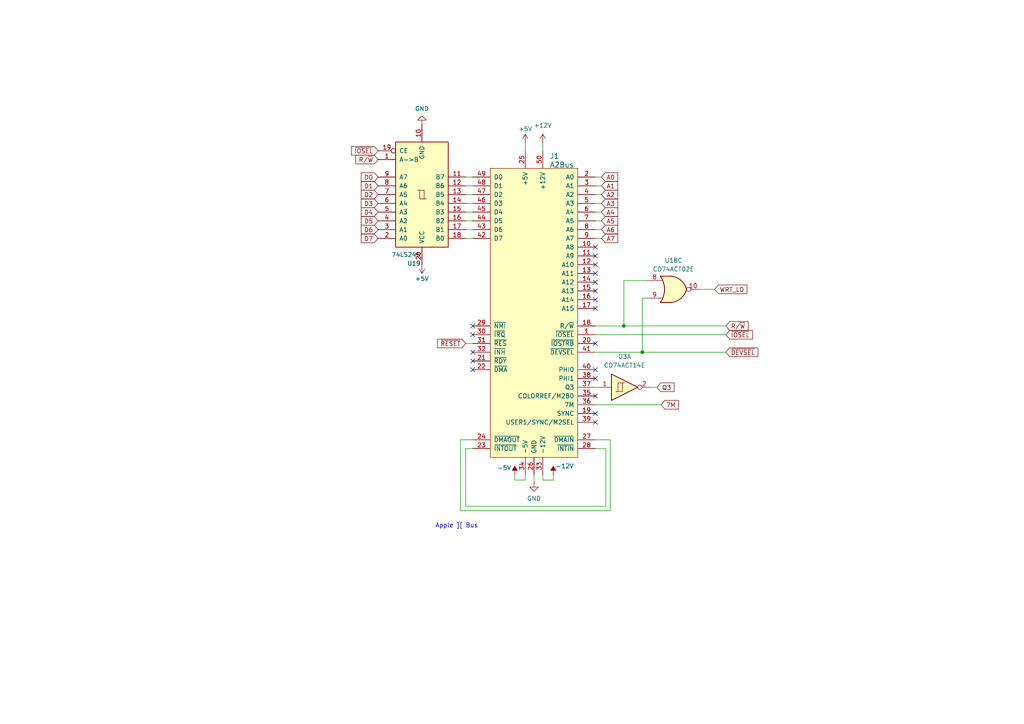
<source format=kicad_sch>
(kicad_sch (version 20230121) (generator eeschema)
  (paper "A4")
  (lib_symbols
    (symbol "74xx:74LS02" (pin_names (offset 1.016))
      (property "Reference" "U" (at 0 1.27 0))
      (property "Value" "74LS02" (at 0 -1.27 0))
      (symbol "74LS02_1_1"
        (arc (start -3.81 -3.81) (mid -2.589 0) (end -3.81 3.81) (stroke (width 0.254)))
        (arc (start -0.6096 -3.81) (mid 2.1842 -2.5851) (end 3.81 0) (stroke (width 0.254)) (fill (type background)))
        (polyline (pts (xy -3.81 -3.81) (xy -0.635 -3.81)) (stroke (width 0.254)) (fill (type background)))
        (polyline (pts (xy -3.81 3.81) (xy -0.635 3.81)) (stroke (width 0.254)) (fill (type background)))
        (polyline (pts (xy -0.635 3.81) (xy -3.81 3.81) (xy -3.81 3.81) (xy -3.556 3.4036) (xy -3.0226 2.2606) (xy -2.6924 1.0414) (xy -2.6162 -0.254) (xy -2.7686 -1.4986) (xy -3.175 -2.7178) (xy -3.81 -3.81) (xy -3.81 -3.81) (xy -0.635 -3.81)) (stroke (width -25.4)) (fill (type background)))
        (arc (start 3.81 0) (mid 2.1915 2.5936) (end -0.6096 3.81) (stroke (width 0.254)) (fill (type background)))
        (pin output inverted (at 7.62 0 180) (length 3.81) (name "~") (number "1"))
        (pin input line (at -7.62 2.54 0) (length 4.318) (name "~") (number "2"))
        (pin input line (at -7.62 -2.54 0) (length 4.318) (name "~") (number "3"))
      )
      (symbol "74LS02_1_2"
        (arc (start 0 -3.81) (mid 3.7934 0) (end 0 3.81) (stroke (width 0.254)) (fill (type background)))
        (polyline (pts (xy 0 3.81) (xy -3.81 3.81) (xy -3.81 -3.81) (xy 0 -3.81)) (stroke (width 0.254)) (fill (type background)))
        (pin output line (at 7.62 0 180) (length 3.81) (name "~") (number "1"))
        (pin input inverted (at -7.62 2.54 0) (length 3.81) (name "~") (number "2"))
        (pin input inverted (at -7.62 -2.54 0) (length 3.81) (name "~") (number "3"))
      )
      (symbol "74LS02_2_1"
        (arc (start -3.81 -3.81) (mid -2.589 0) (end -3.81 3.81) (stroke (width 0.254)))
        (arc (start -0.6096 -3.81) (mid 2.1842 -2.5851) (end 3.81 0) (stroke (width 0.254)) (fill (type background)))
        (polyline (pts (xy -3.81 -3.81) (xy -0.635 -3.81)) (stroke (width 0.254)) (fill (type background)))
        (polyline (pts (xy -3.81 3.81) (xy -0.635 3.81)) (stroke (width 0.254)) (fill (type background)))
        (polyline (pts (xy -0.635 3.81) (xy -3.81 3.81) (xy -3.81 3.81) (xy -3.556 3.4036) (xy -3.0226 2.2606) (xy -2.6924 1.0414) (xy -2.6162 -0.254) (xy -2.7686 -1.4986) (xy -3.175 -2.7178) (xy -3.81 -3.81) (xy -3.81 -3.81) (xy -0.635 -3.81)) (stroke (width -25.4)) (fill (type background)))
        (arc (start 3.81 0) (mid 2.1915 2.5936) (end -0.6096 3.81) (stroke (width 0.254)) (fill (type background)))
        (pin output inverted (at 7.62 0 180) (length 3.81) (name "~") (number "4"))
        (pin input line (at -7.62 2.54 0) (length 4.318) (name "~") (number "5"))
        (pin input line (at -7.62 -2.54 0) (length 4.318) (name "~") (number "6"))
      )
      (symbol "74LS02_2_2"
        (arc (start 0 -3.81) (mid 3.7934 0) (end 0 3.81) (stroke (width 0.254)) (fill (type background)))
        (polyline (pts (xy 0 3.81) (xy -3.81 3.81) (xy -3.81 -3.81) (xy 0 -3.81)) (stroke (width 0.254)) (fill (type background)))
        (pin output line (at 7.62 0 180) (length 3.81) (name "~") (number "4"))
        (pin input inverted (at -7.62 2.54 0) (length 3.81) (name "~") (number "5"))
        (pin input inverted (at -7.62 -2.54 0) (length 3.81) (name "~") (number "6"))
      )
      (symbol "74LS02_3_1"
        (arc (start -3.81 -3.81) (mid -2.589 0) (end -3.81 3.81) (stroke (width 0.254)))
        (arc (start -0.6096 -3.81) (mid 2.1842 -2.5851) (end 3.81 0) (stroke (width 0.254)) (fill (type background)))
        (polyline (pts (xy -3.81 -3.81) (xy -0.635 -3.81)) (stroke (width 0.254)) (fill (type background)))
        (polyline (pts (xy -3.81 3.81) (xy -0.635 3.81)) (stroke (width 0.254)) (fill (type background)))
        (polyline (pts (xy -0.635 3.81) (xy -3.81 3.81) (xy -3.81 3.81) (xy -3.556 3.4036) (xy -3.0226 2.2606) (xy -2.6924 1.0414) (xy -2.6162 -0.254) (xy -2.7686 -1.4986) (xy -3.175 -2.7178) (xy -3.81 -3.81) (xy -3.81 -3.81) (xy -0.635 -3.81)) (stroke (width -25.4)) (fill (type background)))
        (arc (start 3.81 0) (mid 2.1915 2.5936) (end -0.6096 3.81) (stroke (width 0.254)) (fill (type background)))
        (pin output inverted (at 7.62 0 180) (length 3.81) (name "~") (number "10"))
        (pin input line (at -7.62 2.54 0) (length 4.318) (name "~") (number "8"))
        (pin input line (at -7.62 -2.54 0) (length 4.318) (name "~") (number "9"))
      )
      (symbol "74LS02_3_2"
        (arc (start 0 -3.81) (mid 3.7934 0) (end 0 3.81) (stroke (width 0.254)) (fill (type background)))
        (polyline (pts (xy 0 3.81) (xy -3.81 3.81) (xy -3.81 -3.81) (xy 0 -3.81)) (stroke (width 0.254)) (fill (type background)))
        (pin output line (at 7.62 0 180) (length 3.81) (name "~") (number "10"))
        (pin input inverted (at -7.62 2.54 0) (length 3.81) (name "~") (number "8"))
        (pin input inverted (at -7.62 -2.54 0) (length 3.81) (name "~") (number "9"))
      )
      (symbol "74LS02_4_1"
        (arc (start -3.81 -3.81) (mid -2.589 0) (end -3.81 3.81) (stroke (width 0.254)))
        (arc (start -0.6096 -3.81) (mid 2.1842 -2.5851) (end 3.81 0) (stroke (width 0.254)) (fill (type background)))
        (polyline (pts (xy -3.81 -3.81) (xy -0.635 -3.81)) (stroke (width 0.254)) (fill (type background)))
        (polyline (pts (xy -3.81 3.81) (xy -0.635 3.81)) (stroke (width 0.254)) (fill (type background)))
        (polyline (pts (xy -0.635 3.81) (xy -3.81 3.81) (xy -3.81 3.81) (xy -3.556 3.4036) (xy -3.0226 2.2606) (xy -2.6924 1.0414) (xy -2.6162 -0.254) (xy -2.7686 -1.4986) (xy -3.175 -2.7178) (xy -3.81 -3.81) (xy -3.81 -3.81) (xy -0.635 -3.81)) (stroke (width -25.4)) (fill (type background)))
        (arc (start 3.81 0) (mid 2.1915 2.5936) (end -0.6096 3.81) (stroke (width 0.254)) (fill (type background)))
        (pin input line (at -7.62 2.54 0) (length 4.318) (name "~") (number "11"))
        (pin input line (at -7.62 -2.54 0) (length 4.318) (name "~") (number "12"))
        (pin output inverted (at 7.62 0 180) (length 3.81) (name "~") (number "13"))
      )
      (symbol "74LS02_4_2"
        (arc (start 0 -3.81) (mid 3.7934 0) (end 0 3.81) (stroke (width 0.254)) (fill (type background)))
        (polyline (pts (xy 0 3.81) (xy -3.81 3.81) (xy -3.81 -3.81) (xy 0 -3.81)) (stroke (width 0.254)) (fill (type background)))
        (pin input inverted (at -7.62 2.54 0) (length 3.81) (name "~") (number "11"))
        (pin input inverted (at -7.62 -2.54 0) (length 3.81) (name "~") (number "12"))
        (pin output line (at 7.62 0 180) (length 3.81) (name "~") (number "13"))
      )
      (symbol "74LS02_5_0"
        (pin power_in line (at 0 12.7 270) (length 5.08) (name "VCC") (number "14"))
        (pin power_in line (at 0 -12.7 90) (length 5.08) (name "GND") (number "7"))
      )
      (symbol "74LS02_5_1"
        (rectangle (start -5.08 7.62) (end 5.08 -7.62) (stroke (width 0.254)) (fill (type background)))
      )
    )
    (symbol "74xx:74LS14" (pin_names (offset 1.016))
      (property "Reference" "U" (at 0 1.27 0))
      (property "Value" "74LS14" (at 0 -1.27 0))
      (symbol "74LS14_1_0"
        (polyline (pts (xy -3.81 3.81) (xy -3.81 -3.81) (xy 3.81 0) (xy -3.81 3.81)) (stroke (width 0.254)) (fill (type background)))
        (pin input line (at -7.62 0 0) (length 3.81) (name "~") (number "1"))
        (pin output inverted (at 7.62 0 180) (length 3.81) (name "~") (number "2"))
      )
      (symbol "74LS14_1_1"
        (polyline (pts (xy -1.905 -1.27) (xy -1.905 1.27) (xy -0.635 1.27)))
        (polyline (pts (xy -2.54 -1.27) (xy -0.635 -1.27) (xy -0.635 1.27) (xy 0 1.27)))
      )
      (symbol "74LS14_2_0"
        (polyline (pts (xy -3.81 3.81) (xy -3.81 -3.81) (xy 3.81 0) (xy -3.81 3.81)) (stroke (width 0.254)) (fill (type background)))
        (pin input line (at -7.62 0 0) (length 3.81) (name "~") (number "3"))
        (pin output inverted (at 7.62 0 180) (length 3.81) (name "~") (number "4"))
      )
      (symbol "74LS14_2_1"
        (polyline (pts (xy -1.905 -1.27) (xy -1.905 1.27) (xy -0.635 1.27)))
        (polyline (pts (xy -2.54 -1.27) (xy -0.635 -1.27) (xy -0.635 1.27) (xy 0 1.27)))
      )
      (symbol "74LS14_3_0"
        (polyline (pts (xy -3.81 3.81) (xy -3.81 -3.81) (xy 3.81 0) (xy -3.81 3.81)) (stroke (width 0.254)) (fill (type background)))
        (pin input line (at -7.62 0 0) (length 3.81) (name "~") (number "5"))
        (pin output inverted (at 7.62 0 180) (length 3.81) (name "~") (number "6"))
      )
      (symbol "74LS14_3_1"
        (polyline (pts (xy -1.905 -1.27) (xy -1.905 1.27) (xy -0.635 1.27)))
        (polyline (pts (xy -2.54 -1.27) (xy -0.635 -1.27) (xy -0.635 1.27) (xy 0 1.27)))
      )
      (symbol "74LS14_4_0"
        (polyline (pts (xy -3.81 3.81) (xy -3.81 -3.81) (xy 3.81 0) (xy -3.81 3.81)) (stroke (width 0.254)) (fill (type background)))
        (pin output inverted (at 7.62 0 180) (length 3.81) (name "~") (number "8"))
        (pin input line (at -7.62 0 0) (length 3.81) (name "~") (number "9"))
      )
      (symbol "74LS14_4_1"
        (polyline (pts (xy -1.905 -1.27) (xy -1.905 1.27) (xy -0.635 1.27)))
        (polyline (pts (xy -2.54 -1.27) (xy -0.635 -1.27) (xy -0.635 1.27) (xy 0 1.27)))
      )
      (symbol "74LS14_5_0"
        (polyline (pts (xy -3.81 3.81) (xy -3.81 -3.81) (xy 3.81 0) (xy -3.81 3.81)) (stroke (width 0.254)) (fill (type background)))
        (pin output inverted (at 7.62 0 180) (length 3.81) (name "~") (number "10"))
        (pin input line (at -7.62 0 0) (length 3.81) (name "~") (number "11"))
      )
      (symbol "74LS14_5_1"
        (polyline (pts (xy -1.905 -1.27) (xy -1.905 1.27) (xy -0.635 1.27)))
        (polyline (pts (xy -2.54 -1.27) (xy -0.635 -1.27) (xy -0.635 1.27) (xy 0 1.27)))
      )
      (symbol "74LS14_6_0"
        (polyline (pts (xy -3.81 3.81) (xy -3.81 -3.81) (xy 3.81 0) (xy -3.81 3.81)) (stroke (width 0.254)) (fill (type background)))
        (pin output inverted (at 7.62 0 180) (length 3.81) (name "~") (number "12"))
        (pin input line (at -7.62 0 0) (length 3.81) (name "~") (number "13"))
      )
      (symbol "74LS14_6_1"
        (polyline (pts (xy -1.905 -1.27) (xy -1.905 1.27) (xy -0.635 1.27)))
        (polyline (pts (xy -2.54 -1.27) (xy -0.635 -1.27) (xy -0.635 1.27) (xy 0 1.27)))
      )
      (symbol "74LS14_7_0"
        (pin power_in line (at 0 12.7 270) (length 5.08) (name "VCC") (number "14"))
        (pin power_in line (at 0 -12.7 90) (length 5.08) (name "GND") (number "7"))
      )
      (symbol "74LS14_7_1"
        (rectangle (start -5.08 7.62) (end 5.08 -7.62) (stroke (width 0.254)) (fill (type background)))
      )
    )
    (symbol "74xx:74LS245" (pin_names (offset 1.016))
      (property "Reference" "U" (at -7.62 16.51 0))
      (property "Value" "74LS245" (at -7.62 -16.51 0))
      (symbol "74LS245_1_0"
        (polyline (pts (xy -0.635 -1.27) (xy -0.635 1.27) (xy 0.635 1.27)))
        (polyline (pts (xy -1.27 -1.27) (xy 0.635 -1.27) (xy 0.635 1.27) (xy 1.27 1.27)))
        (pin input line (at -12.7 -10.16 0) (length 5.08) (name "A->B") (number "1"))
        (pin power_in line (at 0 -20.32 90) (length 5.08) (name "GND") (number "10"))
        (pin tri_state line (at 12.7 -5.08 180) (length 5.08) (name "B7") (number "11"))
        (pin tri_state line (at 12.7 -2.54 180) (length 5.08) (name "B6") (number "12"))
        (pin tri_state line (at 12.7 0 180) (length 5.08) (name "B5") (number "13"))
        (pin tri_state line (at 12.7 2.54 180) (length 5.08) (name "B4") (number "14"))
        (pin tri_state line (at 12.7 5.08 180) (length 5.08) (name "B3") (number "15"))
        (pin tri_state line (at 12.7 7.62 180) (length 5.08) (name "B2") (number "16"))
        (pin tri_state line (at 12.7 10.16 180) (length 5.08) (name "B1") (number "17"))
        (pin tri_state line (at 12.7 12.7 180) (length 5.08) (name "B0") (number "18"))
        (pin input inverted (at -12.7 -12.7 0) (length 5.08) (name "CE") (number "19"))
        (pin tri_state line (at -12.7 12.7 0) (length 5.08) (name "A0") (number "2"))
        (pin power_in line (at 0 20.32 270) (length 5.08) (name "VCC") (number "20"))
        (pin tri_state line (at -12.7 10.16 0) (length 5.08) (name "A1") (number "3"))
        (pin tri_state line (at -12.7 7.62 0) (length 5.08) (name "A2") (number "4"))
        (pin tri_state line (at -12.7 5.08 0) (length 5.08) (name "A3") (number "5"))
        (pin tri_state line (at -12.7 2.54 0) (length 5.08) (name "A4") (number "6"))
        (pin tri_state line (at -12.7 0 0) (length 5.08) (name "A5") (number "7"))
        (pin tri_state line (at -12.7 -2.54 0) (length 5.08) (name "A6") (number "8"))
        (pin tri_state line (at -12.7 -5.08 0) (length 5.08) (name "A7") (number "9"))
      )
      (symbol "74LS245_1_1"
        (rectangle (start -7.62 15.24) (end 7.62 -15.24) (stroke (width 0.254)) (fill (type background)))
      )
    )
    (symbol "apple2:A2Bus" (pin_names (offset 1.016))
      (property "Reference" "P" (at -6.35 45.085 0))
      (property "Value" "A2Bus" (at -6.35 42.545 0))
      (symbol "A2Bus_0_1"
        (rectangle (start -12.7 40.64) (end 12.7 -43.18) (fill (type background)))
      )
      (symbol "A2Bus_1_1"
        (pin output line (at 17.78 -7.62 180) (length 5.08) (name "~{IOSEL}") (number "1"))
        (pin bidirectional line (at 17.78 17.78 180) (length 5.08) (name "A8") (number "10"))
        (pin bidirectional line (at 17.78 15.24 180) (length 5.08) (name "A9") (number "11"))
        (pin bidirectional line (at 17.78 12.7 180) (length 5.08) (name "A10") (number "12"))
        (pin bidirectional line (at 17.78 10.16 180) (length 5.08) (name "A11") (number "13"))
        (pin bidirectional line (at 17.78 7.62 180) (length 5.08) (name "A12") (number "14"))
        (pin bidirectional line (at 17.78 5.08 180) (length 5.08) (name "A13") (number "15"))
        (pin bidirectional line (at 17.78 2.54 180) (length 5.08) (name "A14") (number "16"))
        (pin bidirectional line (at 17.78 0 180) (length 5.08) (name "A15") (number "17"))
        (pin bidirectional line (at 17.78 -5.08 180) (length 5.08) (name "R/~{W}") (number "18"))
        (pin output line (at 17.78 -30.48 180) (length 5.08) (name "SYNC") (number "19"))
        (pin bidirectional line (at 17.78 38.1 180) (length 5.08) (name "A0") (number "2"))
        (pin output line (at 17.78 -10.16 180) (length 5.08) (name "~{IOSTRB}") (number "20"))
        (pin input line (at -17.78 -15.24 0) (length 5.08) (name "~{RDY}") (number "21"))
        (pin input line (at -17.78 -17.78 0) (length 5.08) (name "~{DMA}") (number "22"))
        (pin input line (at -17.78 -40.64 0) (length 5.08) (name "~{INTOUT}") (number "23"))
        (pin input line (at -17.78 -38.1 0) (length 5.08) (name "~{DMAOUT}") (number "24"))
        (pin power_out line (at -2.54 45.72 270) (length 5.08) (name "+5V") (number "25"))
        (pin power_out line (at 0 -48.26 90) (length 5.08) (name "GND") (number "26"))
        (pin output line (at 17.78 -38.1 180) (length 5.08) (name "~{DMAIN}") (number "27"))
        (pin output line (at 17.78 -40.64 180) (length 5.08) (name "~{INTIN}") (number "28"))
        (pin input line (at -17.78 -5.08 0) (length 5.08) (name "~{NMI}") (number "29"))
        (pin bidirectional line (at 17.78 35.56 180) (length 5.08) (name "A1") (number "3"))
        (pin input line (at -17.78 -7.62 0) (length 5.08) (name "~{IRQ}") (number "30"))
        (pin bidirectional line (at -17.78 -10.16 0) (length 5.08) (name "~{RES}") (number "31"))
        (pin input line (at -17.78 -12.7 0) (length 5.08) (name "~{INH}") (number "32"))
        (pin power_out line (at 2.54 -48.26 90) (length 5.08) (name "-12V") (number "33"))
        (pin power_out line (at -2.54 -48.26 90) (length 5.08) (name "-5V") (number "34"))
        (pin output line (at 17.78 -25.4 180) (length 5.08) (name "COLORREF/M2B0") (number "35"))
        (pin output line (at 17.78 -27.94 180) (length 5.08) (name "7M") (number "36"))
        (pin output line (at 17.78 -22.86 180) (length 5.08) (name "Q3") (number "37"))
        (pin output line (at 17.78 -20.32 180) (length 5.08) (name "PHI1") (number "38"))
        (pin output line (at 17.78 -33.02 180) (length 5.08) (name "USER1/SYNC/M2SEL") (number "39"))
        (pin bidirectional line (at 17.78 33.02 180) (length 5.08) (name "A2") (number "4"))
        (pin output line (at 17.78 -17.78 180) (length 5.08) (name "PHI0") (number "40"))
        (pin output line (at 17.78 -12.7 180) (length 5.08) (name "~{DEVSEL}") (number "41"))
        (pin bidirectional line (at -17.78 20.32 0) (length 5.08) (name "D7") (number "42"))
        (pin bidirectional line (at -17.78 22.86 0) (length 5.08) (name "D6") (number "43"))
        (pin bidirectional line (at -17.78 25.4 0) (length 5.08) (name "D5") (number "44"))
        (pin bidirectional line (at -17.78 27.94 0) (length 5.08) (name "D4") (number "45"))
        (pin bidirectional line (at -17.78 30.48 0) (length 5.08) (name "D3") (number "46"))
        (pin bidirectional line (at -17.78 33.02 0) (length 5.08) (name "D2") (number "47"))
        (pin bidirectional line (at -17.78 35.56 0) (length 5.08) (name "D1") (number "48"))
        (pin bidirectional line (at -17.78 38.1 0) (length 5.08) (name "D0") (number "49"))
        (pin bidirectional line (at 17.78 30.48 180) (length 5.08) (name "A3") (number "5"))
        (pin power_out line (at 2.54 45.72 270) (length 5.08) (name "+12V") (number "50"))
        (pin bidirectional line (at 17.78 27.94 180) (length 5.08) (name "A4") (number "6"))
        (pin bidirectional line (at 17.78 25.4 180) (length 5.08) (name "A5") (number "7"))
        (pin bidirectional line (at 17.78 22.86 180) (length 5.08) (name "A6") (number "8"))
        (pin bidirectional line (at 17.78 20.32 180) (length 5.08) (name "A7") (number "9"))
      )
    )
    (symbol "power:+12V" (power) (pin_names (offset 0))
      (property "Value" "+12V" (at 0 3.556 0))
      (symbol "+12V_0_1"
        (polyline (pts (xy -0.762 1.27) (xy 0 2.54)))
        (polyline (pts (xy 0 0) (xy 0 2.54)))
        (polyline (pts (xy 0 2.54) (xy 0.762 1.27)))
      )
      (symbol "+12V_1_1"
        (pin power_in line (at 0 0 90) (length 0) hide (name "+12V") (number "1"))
      )
    )
    (symbol "power:+5V" (power) (pin_names (offset 0))
      (property "Value" "+5V" (at 0 3.556 0))
      (symbol "+5V_0_1"
        (polyline (pts (xy -0.762 1.27) (xy 0 2.54)))
        (polyline (pts (xy 0 0) (xy 0 2.54)))
        (polyline (pts (xy 0 2.54) (xy 0.762 1.27)))
      )
      (symbol "+5V_1_1"
        (pin power_in line (at 0 0 90) (length 0) hide (name "+5V") (number "1"))
      )
    )
    (symbol "power:-12V" (power) (pin_names (offset 0))
      (property "Value" "-12V" (at 0 3.81 0))
      (symbol "-12V_0_0"
        (pin power_in line (at 0 0 90) (length 0) hide (name "-12V") (number "1"))
      )
      (symbol "-12V_0_1"
        (polyline (pts (xy 0 0) (xy 0 1.27) (xy 0.762 1.27) (xy 0 2.54) (xy -0.762 1.27) (xy 0 1.27)) (fill (type outline)))
      )
    )
    (symbol "power:-5V" (power) (pin_names (offset 0))
      (property "Value" "-5V" (at 0 3.81 0))
      (symbol "-5V_0_0"
        (pin power_in line (at 0 0 90) (length 0) hide (name "-5V") (number "1"))
      )
      (symbol "-5V_0_1"
        (polyline (pts (xy 0 0) (xy 0 1.27) (xy 0.762 1.27) (xy 0 2.54) (xy -0.762 1.27) (xy 0 1.27)) (fill (type outline)))
      )
    )
    (symbol "power:GND" (power) (pin_names (offset 0))
      (property "Value" "GND" (at 0 -3.81 0))
      (symbol "GND_0_1"
        (polyline (pts (xy 0 0) (xy 0 -1.27) (xy 1.27 -1.27) (xy 0 -2.54) (xy -1.27 -1.27) (xy 0 -1.27)))
      )
      (symbol "GND_1_1"
        (pin power_in line (at 0 0 270) (length 0) hide (name "GND") (number "1"))
      )
    )
  )
  (junction (at 180.9496 94.5388))
  (junction (at 186.2836 102.1588))
  (no_connect (at 172.6692 107.2388))
  (no_connect (at 172.6692 79.2988))
  (no_connect (at 172.6692 119.9388))
  (no_connect (at 172.6692 99.6188))
  (no_connect (at 172.6692 114.8588))
  (no_connect (at 172.6692 84.3788))
  (no_connect (at 172.6692 122.4788))
  (no_connect (at 137.1092 102.1588))
  (no_connect (at 137.1092 94.5388))
  (no_connect (at 172.6692 109.7788))
  (no_connect (at 172.6692 81.8388))
  (no_connect (at 137.1092 104.6988))
  (no_connect (at 137.1092 97.0788))
  (no_connect (at 172.6692 86.9188))
  (no_connect (at 137.1092 107.2388))
  (no_connect (at 172.6692 89.4588))
  (no_connect (at 172.6692 71.6788))
  (no_connect (at 172.6692 76.7588))
  (no_connect (at 172.6692 74.2188))
  (wire (pts (xy 186.2836 86.4616) (xy 186.2836 102.1588)))
  (wire (pts (xy 137.1092 58.9788) (xy 135.0772 58.9788)))
  (wire (pts (xy 133.5532 127.5588) (xy 133.5532 148.1328)))
  (wire (pts (xy 133.5532 148.1328) (xy 176.9872 148.1328)))
  (wire (pts (xy 180.9496 81.3816) (xy 187.706 81.3816)))
  (wire (pts (xy 149.3012 137.7188) (xy 149.3012 139.2428)))
  (wire (pts (xy 172.6692 66.5988) (xy 174.4472 66.5988)))
  (wire (pts (xy 175.7172 130.0988) (xy 172.6692 130.0988)))
  (wire (pts (xy 137.1092 69.1388) (xy 135.0772 69.1388)))
  (wire (pts (xy 172.6692 56.4388) (xy 174.4472 56.4388)))
  (wire (pts (xy 180.9496 94.5388) (xy 210.5152 94.5388)))
  (wire (pts (xy 172.6692 97.0788) (xy 210.5152 97.0788)))
  (wire (pts (xy 152.3492 41.4528) (xy 152.3492 43.7388)))
  (wire (pts (xy 137.1092 56.4388) (xy 135.0772 56.4388)))
  (wire (pts (xy 180.9496 81.3816) (xy 180.9496 94.5388)))
  (wire (pts (xy 188.7728 112.3188) (xy 190.5508 112.3188)))
  (wire (pts (xy 154.8892 137.7188) (xy 154.8892 140.0048)))
  (wire (pts (xy 137.1092 53.8988) (xy 135.0772 53.8988)))
  (wire (pts (xy 176.9872 127.5588) (xy 172.6692 127.5588)))
  (wire (pts (xy 137.1092 130.0988) (xy 135.0772 130.0988)))
  (wire (pts (xy 137.1092 51.3588) (xy 135.0772 51.3588)))
  (wire (pts (xy 137.1092 127.5588) (xy 133.5532 127.5588)))
  (wire (pts (xy 172.6692 53.8988) (xy 174.4472 53.8988)))
  (wire (pts (xy 172.6692 112.3188) (xy 173.5328 112.3188)))
  (wire (pts (xy 137.1092 64.0588) (xy 135.0772 64.0588)))
  (wire (pts (xy 157.4292 41.4528) (xy 157.4292 43.7388)))
  (wire (pts (xy 135.0772 146.8628) (xy 175.7172 146.8628)))
  (wire (pts (xy 176.9872 148.1328) (xy 176.9872 127.5588)))
  (wire (pts (xy 152.3492 139.2428) (xy 152.3492 137.7188)))
  (wire (pts (xy 137.1092 61.5188) (xy 135.0772 61.5188)))
  (wire (pts (xy 172.6692 69.1388) (xy 174.4472 69.1388)))
  (wire (pts (xy 157.4292 139.2428) (xy 160.4772 139.2428)))
  (wire (pts (xy 172.6692 58.9788) (xy 174.4472 58.9788)))
  (wire (pts (xy 135.0772 130.0988) (xy 135.0772 146.8628)))
  (wire (pts (xy 149.3012 139.2428) (xy 152.3492 139.2428)))
  (wire (pts (xy 172.6692 117.3988) (xy 191.7192 117.3988)))
  (wire (pts (xy 172.6692 64.0588) (xy 174.4472 64.0588)))
  (wire (pts (xy 157.4292 137.7188) (xy 157.4292 139.2428)))
  (wire (pts (xy 172.6692 94.5388) (xy 180.9496 94.5388)))
  (wire (pts (xy 172.6692 51.3588) (xy 174.4472 51.3588)))
  (wire (pts (xy 202.946 83.9216) (xy 207.264 83.9216)))
  (wire (pts (xy 172.6692 102.1588) (xy 186.2836 102.1588)))
  (wire (pts (xy 137.1092 66.5988) (xy 135.0772 66.5988)))
  (wire (pts (xy 172.6692 61.5188) (xy 174.4472 61.5188)))
  (wire (pts (xy 137.1092 99.6188) (xy 135.0772 99.6188)))
  (wire (pts (xy 175.7172 146.8628) (xy 175.7172 130.0988)))
  (wire (pts (xy 186.2836 102.1588) (xy 210.5152 102.1588)))
  (wire (pts (xy 160.4772 139.2428) (xy 160.4772 137.7188)))
  (wire (pts (xy 186.2836 86.4616) (xy 187.706 86.4616)))
  (text "Apple ][ Bus" (at 126.238 153.289 0) (effects (font (size 1.27 1.27)) (justify left bottom)))
  (global_label "A6" (shape input) (at 174.4472 66.5988 0) (property "Intersheetrefs" "${INTERSHEET_REFS}" (effects hide)))
  (global_label "D2" (shape input) (at 109.6772 56.4388 180) (property "Intersheetrefs" "${INTERSHEET_REFS}" (effects hide)))
  (global_label "D3" (shape input) (at 109.6772 58.9788 180) (property "Intersheetrefs" "${INTERSHEET_REFS}" (effects hide)))
  (global_label "~{IOSEL}" (shape input) (at 109.6772 43.7388 180) (property "Intersheetrefs" "${INTERSHEET_REFS}" (effects hide)))
  (global_label "R{slash}~{W}" (shape input) (at 109.6772 46.2788 180) (property "Intersheetrefs" "${INTERSHEET_REFS}" (effects hide)))
  (global_label "D0" (shape input) (at 109.6772 51.3588 180) (property "Intersheetrefs" "${INTERSHEET_REFS}" (effects hide)))
  (global_label "~{IOSEL}" (shape input) (at 210.5152 97.0788 0) (property "Intersheetrefs" "${INTERSHEET_REFS}" (effects hide)))
  (global_label "WRT_LD" (shape input) (at 207.264 83.9216 0) (property "Intersheetrefs" "${INTERSHEET_REFS}" (effects hide)))
  (global_label "~{RESET}" (shape input) (at 135.0772 99.6188 180) (property "Intersheetrefs" "${INTERSHEET_REFS}" (effects hide)))
  (global_label "R{slash}~{W}" (shape input) (at 210.5152 94.5388 0) (property "Intersheetrefs" "${INTERSHEET_REFS}" (effects hide)))
  (global_label "A1" (shape input) (at 174.4472 53.8988 0) (property "Intersheetrefs" "${INTERSHEET_REFS}" (effects hide)))
  (global_label "A7" (shape input) (at 174.4472 69.1388 0) (property "Intersheetrefs" "${INTERSHEET_REFS}" (effects hide)))
  (global_label "D4" (shape input) (at 109.6772 61.5188 180) (property "Intersheetrefs" "${INTERSHEET_REFS}" (effects hide)))
  (global_label "A3" (shape input) (at 174.4472 58.9788 0) (property "Intersheetrefs" "${INTERSHEET_REFS}" (effects hide)))
  (global_label "D5" (shape input) (at 109.6772 64.0588 180) (property "Intersheetrefs" "${INTERSHEET_REFS}" (effects hide)))
  (global_label "D1" (shape input) (at 109.6772 53.8988 180) (property "Intersheetrefs" "${INTERSHEET_REFS}" (effects hide)))
  (global_label "A2" (shape input) (at 174.4472 56.4388 0) (property "Intersheetrefs" "${INTERSHEET_REFS}" (effects hide)))
  (global_label "~{DEVSEL}" (shape input) (at 210.5152 102.1588 0) (property "Intersheetrefs" "${INTERSHEET_REFS}" (effects hide)))
  (global_label "Q3" (shape input) (at 190.5508 112.3188 0) (property "Intersheetrefs" "${INTERSHEET_REFS}" (effects hide)))
  (global_label "D6" (shape input) (at 109.6772 66.5988 180) (property "Intersheetrefs" "${INTERSHEET_REFS}" (effects hide)))
  (global_label "D7" (shape input) (at 109.6772 69.1388 180) (property "Intersheetrefs" "${INTERSHEET_REFS}" (effects hide)))
  (global_label "A0" (shape input) (at 174.4472 51.3588 0) (property "Intersheetrefs" "${INTERSHEET_REFS}" (effects hide)))
  (global_label "A4" (shape input) (at 174.4472 61.5188 0) (property "Intersheetrefs" "${INTERSHEET_REFS}" (effects hide)))
  (global_label "7M" (shape input) (at 191.7192 117.3988 0) (property "Intersheetrefs" "${INTERSHEET_REFS}" (effects hide)))
  (global_label "A5" (shape input) (at 174.4472 64.0588 0) (property "Intersheetrefs" "${INTERSHEET_REFS}" (effects hide)))
  (symbol (lib_id "power:-5V") (at 149.3012 137.7188 0) (unit 1)
    (property "Reference" "#PWR04" (effects hide))
    (property "Value" "-5V" (at 146.2532 135.6868 0))
    (instances (project "MicroSci Floppy Controller" (path "" (reference "#PWR04") (unit 1)) (path "" (reference "#PWR01") (unit 1))))
  )
  (symbol (lib_id "power:+5V") (at 122.3772 76.7588 0) (mirror x) (unit 1)
    (property "Reference" "#PWR01" (effects hide))
    (property "Value" "+5V" (at 122.3772 80.8228 0))
    (instances (project "MicroSci Floppy Controller" (path "" (reference "#PWR01") (unit 1)) (path "" (reference "#PWR0131") (unit 1))) (project "Sequential Systems Q-Print" (path "" (reference "#PWR09") (unit 1))))
  )
  (symbol (lib_id "apple2:A2Bus") (at 154.8892 89.4588 0) (unit 1)
    (property "Reference" "J1" (at 159.3851 45.2628 0) (effects (font (size 1.524 1.524)) (justify left)))
    (property "Value" "A2Bus" (at 159.3851 47.8028 0) (effects (font (size 1.524 1.524)) (justify left)))
    (property "Footprint" "apple2:Male_Card-Edge_50_pin__100_mil" (effects hide))
    (property "Datasheet" "https://allpinouts.org/pinouts/connectors/buses/apple-ii-slot/" (effects hide))
    (instances (project "MicroSci Floppy Controller" (path "" (reference "J1") (unit 1)) (path "" (reference "J1") (unit 1))) (project "Sequential Systems Q-Print" (path "" (reference "BUS1") (unit 1))))
  )
  (symbol (lib_id "power:GND") (at 122.3772 36.1188 0) (mirror x) (unit 1)
    (property "Reference" "#PWR02" (effects hide))
    (property "Value" "GND" (at 122.3772 31.5468 0))
    (instances (project "MicroSci Floppy Controller" (path "" (reference "#PWR02") (unit 1)) (path "" (reference "#PWR0130") (unit 1))) (project "Sequential Systems Q-Print" (path "" (reference "#PWR08") (unit 1))))
  )
  (symbol (lib_id "74xx:74LS245") (at 122.3772 56.4388 0) (mirror x) (unit 1)
    (property "Reference" "U19" (at 122.0313 76.4032 0) (effects (justify right)))
    (property "Value" "74LS245" (at 122.0313 73.8632 0) (effects (justify right)))
    (property "Footprint" "Package_DIP:DIP-20_W7.62mm" (effects hide))
    (property "Datasheet" "http://www.ti.com/lit/gpn/sn74LS245" (effects hide))
  )
  (symbol (lib_id "74xx:74LS14") (at 181.1528 112.3188 0) (unit 1)
    (property "Reference" "U3" (at 181.1528 103.4288 0))
    (property "Value" "CD74ACT14E" (at 181.1528 105.9688 0))
    (property "Footprint" "Package_DIP:DIP-14_W7.62mm" (effects hide))
    (property "Datasheet" "http://www.ti.com/lit/gpn/sn74LS14" (effects hide))
  )
  (symbol (lib_id "power:+12V") (at 157.4292 41.4528 0) (unit 1)
    (property "Reference" "#PWR05" (effects hide))
    (property "Value" "+12V" (at 157.4292 36.3728 0))
    (instances (project "MicroSci Floppy Controller" (path "" (reference "#PWR05") (unit 1)) (path "" (reference "#PWR04") (unit 1))))
  )
  (symbol (lib_id "power:-12V") (at 160.4772 137.7188 0) (unit 1)
    (property "Reference" "#PWR03" (effects hide))
    (property "Value" "-12V" (at 163.7792 135.1788 0))
    (instances (project "MicroSci Floppy Controller" (path "" (reference "#PWR03") (unit 1)) (path "" (reference "#PWR05") (unit 1))))
  )
  (symbol (lib_id "power:+5V") (at 152.3492 41.4528 0) (unit 1)
    (property "Reference" "#PWR01" (effects hide))
    (property "Value" "+5V" (at 152.3492 37.3888 0))
    (instances (project "MicroSci Floppy Controller" (path "" (reference "#PWR01") (unit 1)) (path "" (reference "#PWR02") (unit 1))) (project "Sequential Systems Q-Print" (path "" (reference "#PWR09") (unit 1))))
  )
  (symbol (lib_id "74xx:74LS02") (at 195.326 83.9216 0) (unit 3)
    (property "Reference" "U18" (at 195.326 75.5396 0))
    (property "Value" "CD74ACT02E" (at 195.326 78.0796 0))
    (property "Footprint" "Package_DIP:DIP-14_W7.62mm" (effects hide))
    (property "Datasheet" "http://www.ti.com/lit/gpn/sn74ls02" (effects hide))
  )
  (symbol (lib_id "power:GND") (at 154.8892 140.0048 0) (unit 1)
    (property "Reference" "#PWR02" (effects hide))
    (property "Value" "GND" (at 154.8892 144.5768 0))
    (instances (project "MicroSci Floppy Controller" (path "" (reference "#PWR02") (unit 1)) (path "" (reference "#PWR03") (unit 1))) (project "Sequential Systems Q-Print" (path "" (reference "#PWR08") (unit 1))))
  )
)
</source>
